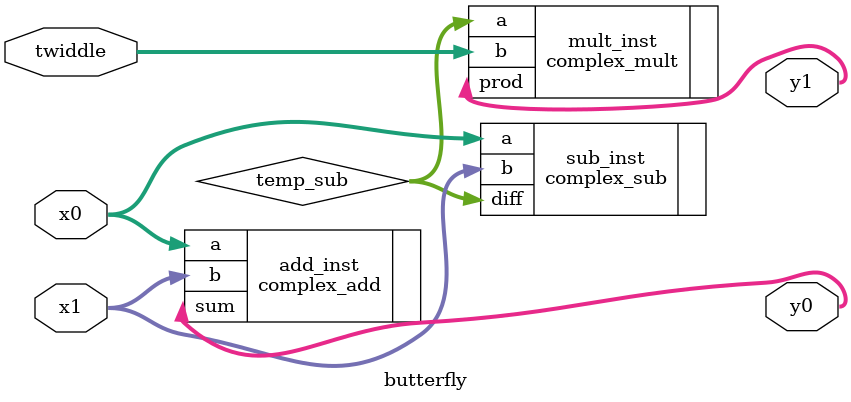
<source format=v>
module butterfly(
    input signed [15:0] x0, x1,
    input signed [15:0] twiddle,
    output signed [15:0] y0, y1
);
    wire signed [15:0] temp_sub;

    complex_add add_inst (.a(x0), .b(x1), .sum(y0));
    complex_sub sub_inst (.a(x0), .b(x1), .diff(temp_sub));
    complex_mult mult_inst (.a(temp_sub), .b(twiddle), .prod(y1));
endmodule

</source>
